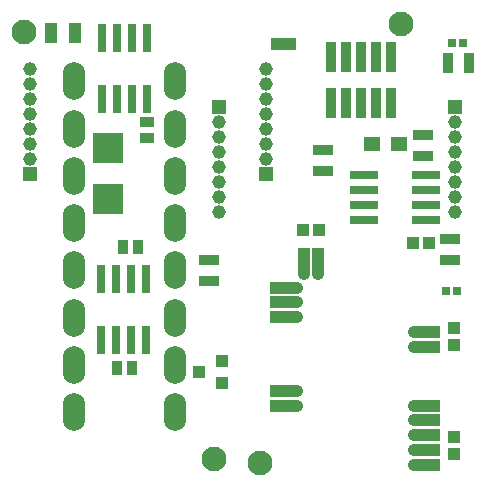
<source format=gts>
%FSLAX24Y24*%
%MOIN*%
G70*
G01*
G75*
G04 Layer_Color=8388736*
%ADD10C,0.0079*%
%ADD11C,0.0276*%
%ADD12R,0.0276X0.0394*%
%ADD13R,0.0236X0.0886*%
%ADD14R,0.0591X0.0295*%
%ADD15R,0.0295X0.0591*%
%ADD16R,0.0354X0.0315*%
%ADD17R,0.0492X0.0433*%
%ADD18R,0.0906X0.0906*%
%ADD19R,0.0354X0.0315*%
%ADD20R,0.0315X0.0354*%
%ADD21R,0.0236X0.0197*%
%ADD22R,0.0394X0.0276*%
%ADD23R,0.0315X0.0630*%
%ADD24R,0.0846X0.0335*%
%ADD25C,0.0335*%
%ADD26R,0.0335X0.0846*%
%ADD27R,0.0886X0.0236*%
%ADD28R,0.0299X0.0945*%
%ADD29C,0.0138*%
%ADD30C,0.0100*%
%ADD31C,0.0118*%
%ADD32C,0.0098*%
%ADD33O,0.0669X0.1181*%
%ADD34R,0.0380X0.0380*%
%ADD35C,0.0380*%
%ADD36C,0.0380*%
%ADD37R,0.0630X0.0315*%
%ADD38R,0.0906X0.0236*%
%ADD39R,0.0630X0.1063*%
%ADD40R,0.0358X0.0480*%
%ADD41R,0.0480X0.0358*%
%ADD42R,0.0118X0.0295*%
%ADD43R,0.2165X0.0827*%
%ADD44C,0.0236*%
%ADD45C,0.0394*%
%ADD46C,0.0039*%
%ADD47C,0.0063*%
%ADD48R,0.0246X0.0433*%
%ADD49C,0.0827*%
%ADD50R,0.0356X0.0474*%
%ADD51R,0.0316X0.0966*%
%ADD52R,0.0671X0.0375*%
%ADD53R,0.0375X0.0671*%
%ADD54R,0.0434X0.0395*%
%ADD55R,0.0572X0.0513*%
%ADD56R,0.0986X0.0986*%
%ADD57R,0.0434X0.0395*%
%ADD58R,0.0395X0.0434*%
%ADD59R,0.0316X0.0277*%
%ADD60R,0.0474X0.0356*%
%ADD61R,0.0395X0.0710*%
%ADD62R,0.0926X0.0415*%
%ADD63C,0.0415*%
%ADD64R,0.0415X0.0926*%
%ADD65R,0.0966X0.0316*%
%ADD66R,0.0379X0.1025*%
%ADD67O,0.0749X0.1261*%
%ADD68R,0.0460X0.0460*%
%ADD69C,0.0460*%
D48*
X9247Y14646D02*
D03*
D49*
X8465Y669D02*
D03*
X13150Y15315D02*
D03*
X6929Y787D02*
D03*
X591Y15039D02*
D03*
D50*
X3878Y7874D02*
D03*
X4390D02*
D03*
X3689Y3819D02*
D03*
X4201D02*
D03*
D51*
X3187Y14843D02*
D03*
Y12795D02*
D03*
X3687D02*
D03*
X4187D02*
D03*
X4687D02*
D03*
X3687Y14843D02*
D03*
X4187D02*
D03*
X4687D02*
D03*
X3148Y6811D02*
D03*
Y4764D02*
D03*
X3648D02*
D03*
X4148D02*
D03*
X4648D02*
D03*
X3648Y6811D02*
D03*
X4148D02*
D03*
X4648D02*
D03*
D52*
X10551Y10404D02*
D03*
Y11093D02*
D03*
X13898Y10915D02*
D03*
Y11604D02*
D03*
X14803Y7451D02*
D03*
Y8140D02*
D03*
X6772Y6742D02*
D03*
Y7431D02*
D03*
D53*
X14734Y14016D02*
D03*
X15423D02*
D03*
D54*
X6417Y3701D02*
D03*
X7205Y3327D02*
D03*
Y4075D02*
D03*
D55*
X12175Y11299D02*
D03*
X13100D02*
D03*
D56*
X3386Y9469D02*
D03*
Y11171D02*
D03*
D57*
X14921Y984D02*
D03*
Y1535D02*
D03*
X14921Y4606D02*
D03*
Y5157D02*
D03*
D58*
X9882Y8425D02*
D03*
X10433D02*
D03*
X13543Y7992D02*
D03*
X14094D02*
D03*
X9035Y14646D02*
D03*
X9469D02*
D03*
D59*
X14646Y6417D02*
D03*
X15039D02*
D03*
X14843Y14685D02*
D03*
X15236D02*
D03*
D60*
X4685Y11516D02*
D03*
Y12028D02*
D03*
D61*
X1496Y15001D02*
D03*
X2283D02*
D03*
D62*
X9262Y2579D02*
D03*
Y3071D02*
D03*
Y5531D02*
D03*
Y6024D02*
D03*
Y6516D02*
D03*
X14006Y1102D02*
D03*
Y610D02*
D03*
Y1594D02*
D03*
Y4547D02*
D03*
Y2087D02*
D03*
Y2579D02*
D03*
Y5039D02*
D03*
D63*
X9685Y3071D02*
D03*
Y2579D02*
D03*
Y5531D02*
D03*
Y6024D02*
D03*
Y6516D02*
D03*
X9911Y6959D02*
D03*
X13583Y610D02*
D03*
Y1102D02*
D03*
Y1594D02*
D03*
Y2087D02*
D03*
Y2579D02*
D03*
Y4547D02*
D03*
X10404Y6959D02*
D03*
X13583Y5039D02*
D03*
D64*
X9911Y7382D02*
D03*
X10404D02*
D03*
D65*
X11929Y8778D02*
D03*
Y9278D02*
D03*
Y9778D02*
D03*
Y10278D02*
D03*
X13976Y8778D02*
D03*
Y9778D02*
D03*
Y9278D02*
D03*
Y10278D02*
D03*
D66*
X12311Y14193D02*
D03*
Y12657D02*
D03*
X12811Y14193D02*
D03*
Y12657D02*
D03*
X11811Y14193D02*
D03*
Y12657D02*
D03*
X11311Y14193D02*
D03*
Y12657D02*
D03*
X10811Y14193D02*
D03*
Y12657D02*
D03*
D67*
X5630Y2362D02*
D03*
Y3937D02*
D03*
Y5512D02*
D03*
Y7087D02*
D03*
Y8661D02*
D03*
Y10236D02*
D03*
Y11811D02*
D03*
Y13386D02*
D03*
X2244Y2362D02*
D03*
Y3937D02*
D03*
Y7087D02*
D03*
Y5512D02*
D03*
Y8661D02*
D03*
Y10236D02*
D03*
Y11811D02*
D03*
Y13386D02*
D03*
D68*
X8661Y10311D02*
D03*
X7087Y12524D02*
D03*
X787Y10311D02*
D03*
X14961Y12524D02*
D03*
D69*
X8661Y11311D02*
D03*
Y11811D02*
D03*
X8661Y13312D02*
D03*
Y13812D02*
D03*
X8661Y12811D02*
D03*
Y12311D02*
D03*
Y10811D02*
D03*
X7087Y9024D02*
D03*
X7087Y11524D02*
D03*
Y11024D02*
D03*
Y9524D02*
D03*
Y10524D02*
D03*
Y10024D02*
D03*
Y12024D02*
D03*
X787Y12811D02*
D03*
Y12311D02*
D03*
Y13311D02*
D03*
Y10811D02*
D03*
Y11811D02*
D03*
Y11311D02*
D03*
X787Y13810D02*
D03*
X14961Y10524D02*
D03*
Y11024D02*
D03*
Y10024D02*
D03*
Y12024D02*
D03*
Y11524D02*
D03*
X14961Y9023D02*
D03*
Y9523D02*
D03*
M02*

</source>
